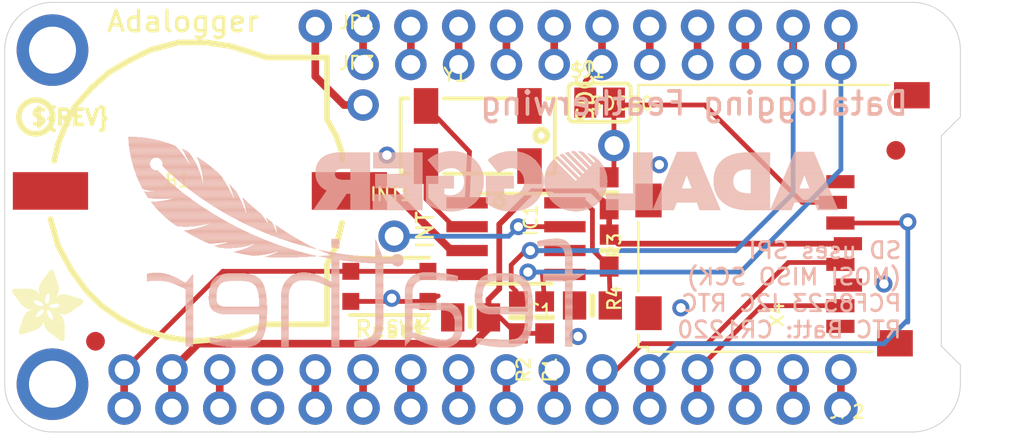
<source format=kicad_pcb>
(kicad_pcb (version 20240108) (generator "pcbnew") (generator_version "8.0")
  (layers (0 "F.Cu" signal) (31 "B.Cu" signal) (34 "B.Paste" user) (35 "F.Paste" user) (36 "B.SilkS" user "B.Silkscreen") (37 "F.SilkS" user "F.Silkscreen") (38 "B.Mask" user) (39 "F.Mask" user) (44 "Edge.Cuts" user))
  (net 0 "")
  (net 1 "G")
  (net 2 "TX")
  (net 3 "RX")
  (net 4 "F")
  (net 5 "E")
  (net 6 "D")
  (net 7 "C")
  (net 8 "B")
  (net 9 "A")
  (net 10 "AREF")
  (net 11 "USB")
  (net 12 "N")
  (net 13 "M")
  (net 14 "L")
  (net 15 "J")
  (net 16 "I")
  (net 17 "H")
  (net 18 "SCL")
  (net 19 "SDA")
  (net 20 "GND")
  (net 21 "MOSI")
  (net 22 "MISO")
  (net 23 "SCK")
  (net 24 "+3V3")
  (net 25 "SD_CS")
  (net 26 "RESET")
  (net 27 "N$7")
  (net 28 "N$8")
  (net 29 "VBAT")
  (net 30 "EN")
  (net 31 "CR1220")
  (net 32 "INT1")
  (net 33 "CS")
  (net 34 "N$1")
  (footprint "adalogger featherwing:PCBFEAT-REV-040" (layer "F.Cu") (at 124.7521 99.6696)
    (property "Reference" "U$5" (hide yes))
    (property "Value" "" (hide yes))
    (fp_text user "${REV}" (at -0.3556 0.508 0) (layer "F.SilkS") (effects (font (size 0.8128 0.8128) (thickness 0.2032)) (justify left bottom)))
  )
  (footprint "adalogger featherwing:0805-NO" (layer "F.Cu") (at 154.3431 109.7026 180)
    (property "Reference" "C1" (at 2.032 0.127 0) (layer "F.SilkS") (effects (font (size 0.692831 0.692831) (thickness 0.119969)) (justify right top)))
    (property "Value" "10uF")
    (pad "1" smd rect (at -0.95 0 180) (size 1.24 1.5) (layers "F.Cu" "F.Paste" "F.Mask") (net 34 "N$1"))
    (pad "2" smd rect (at 0.95 0 180) (size 1.24 1.5) (layers "F.Cu" "F.Paste" "F.Mask") (net 20 "GND"))
  )
  (footprint "adalogger featherwing:1X16_ROUND" (layer "F.Cu") (at 148.5011 113.1316 180)
    (property "Reference" "JP2" (at -20.3962 -1.8288 0) (layer "F.SilkS") (effects (font (size 0.692831 0.692831) (thickness 0.119969)) (justify right top)))
    (property "Value" "")
    (pad "1" thru_hole circle (at -19.05 0 270) (size 1.6764 1.6764) (drill 1) (layers "*.Cu" "*.Mask") (net 1 "G"))
    (pad "2" thru_hole circle (at -16.51 0 270) (size 1.6764 1.6764) (drill 1) (layers "*.Cu" "*.Mask") (net 2 "TX"))
    (pad "3" thru_hole circle (at -13.97 0 270) (size 1.6764 1.6764) (drill 1) (layers "*.Cu" "*.Mask") (net 3 "RX"))
    (pad "4" thru_hole circle (at -11.43 0 270) (size 1.6764 1.6764) (drill 1) (layers "*.Cu" "*.Mask") (net 22 "MISO"))
    (pad "5" thru_hole circle (at -8.89 0 270) (size 1.6764 1.6764) (drill 1) (layers "*.Cu" "*.Mask") (net 21 "MOSI"))
    (pad "6" thru_hole circle (at -6.35 0 270) (size 1.6764 1.6764) (drill 1) (layers "*.Cu" "*.Mask") (net 23 "SCK"))
    (pad "7" thru_hole circle (at -3.81 0 270) (size 1.6764 1.6764) (drill 1) (layers "*.Cu" "*.Mask") (net 4 "F"))
    (pad "8" thru_hole circle (at -1.27 0 270) (size 1.6764 1.6764) (drill 1) (layers "*.Cu" "*.Mask") (net 5 "E"))
    (pad "9" thru_hole circle (at 1.27 0 270) (size 1.6764 1.6764) (drill 1) (layers "*.Cu" "*.Mask") (net 6 "D"))
    (pad "10" thru_hole circle (at 3.81 0 270) (size 1.6764 1.6764) (drill 1) (layers "*.Cu" "*.Mask") (net 7 "C"))
    (pad "11" thru_hole circle (at 6.35 0 270) (size 1.6764 1.6764) (drill 1) (layers "*.Cu" "*.Mask") (net 8 "B"))
    (pad "12" thru_hole circle (at 8.89 0 270) (size 1.6764 1.6764) (drill 1) (layers "*.Cu" "*.Mask") (net 9 "A"))
    (pad "13" thru_hole circle (at 11.43 0 270) (size 1.6764 1.6764) (drill 1) (layers "*.Cu" "*.Mask") (net 20 "GND"))
    (pad "14" thru_hole circle (at 13.97 0 270) (size 1.6764 1.6764) (drill 1) (layers "*.Cu" "*.Mask") (net 10 "AREF"))
    (pad "15" thru_hole circle (at 16.51 0 270) (size 1.6764 1.6764) (drill 1) (layers "*.Cu" "*.Mask") (net 24 "+3V3"))
    (pad "16" thru_hole circle (at 19.05 0 270) (size 1.6764 1.6764) (drill 1) (layers "*.Cu" "*.Mask") (net 26 "RESET"))
  )
  (footprint "adalogger featherwing:0603-NO" (layer "F.Cu") (at 150.4061 110.3376 -90)
    (property "Reference" "R2" (at 2.032 0.127 90) (layer "F.SilkS") (effects (font (size 0.692831 0.692831) (thickness 0.119969)) (justify right top)))
    (property "Value" "10K")
    (pad "1" smd rect (at -0.85 0 270) (size 1.075 1) (layers "F.Cu" "F.Paste" "F.Mask") (net 18 "SCL"))
    (pad "2" smd rect (at 0.85 0 270) (size 1.075 1) (layers "F.Cu" "F.Paste" "F.Mask") (net 24 "+3V3"))
  )
  (footprint "adalogger featherwing:MICROSD" (layer "F.Cu") (at 156.8831 112.1156 90)
    (property "Reference" "X4" (at 1.18 7.69 90) (layer "F.SilkS") (effects (font (size 0.692831 0.692831) (thickness 0.119969)) (justify left bottom)))
    (property "Value" "microsd")
    (pad "1" smd rect (at 9 10.64 90) (size 0.7 1.5) (layers "F.Cu" "F.Paste" "F.Mask"))
    (pad "2" smd rect (at 7.9 10.24 90) (size 0.7 1.5) (layers "F.Cu" "F.Paste" "F.Mask") (net 25 "SD_CS"))
    (pad "3" smd rect (at 6.8 10.64 90) (size 0.7 1.5) (layers "F.Cu" "F.Paste" "F.Mask") (net 21 "MOSI"))
    (pad "4" smd rect (at 5.7 11.04 90) (size 0.7 1.5) (layers "F.Cu" "F.Paste" "F.Mask") (net 24 "+3V3"))
    (pad "5" smd rect (at 4.6 10.64 90) (size 0.7 1.5) (layers "F.Cu" "F.Paste" "F.Mask") (net 23 "SCK"))
    (pad "6" smd rect (at 3.5 11.04 90) (size 0.7 1.5) (layers "F.Cu" "F.Paste" "F.Mask") (net 20 "GND"))
    (pad "7" smd rect (at 2.4 10.64 90) (size 0.7 1.5) (layers "F.Cu" "F.Paste" "F.Mask") (net 22 "MISO"))
    (pad "8" smd rect (at 1.3 10.64 90) (size 0.7 1.5) (layers "F.Cu" "F.Paste" "F.Mask"))
    (pad "CD1" smd rect (at 2 0.44 180) (size 1.4 1.8) (layers "F.Cu" "F.Paste" "F.Mask"))
    (pad "CD2" smd rect (at 8 0.44 180) (size 1.4 1.8) (layers "F.Cu" "F.Paste" "F.Mask"))
    (pad "MT1" smd rect (at 0.4 13.54 90) (size 1.4 1.9) (layers "F.Cu" "F.Paste" "F.Mask") (net 20 "GND"))
    (pad "MT2" smd rect (at 13.6 14.44 90) (size 1.4 1.9) (layers "F.Cu" "F.Paste" "F.Mask") (net 20 "GND"))
  )
  (footprint "adalogger featherwing:1X01_ROUND" (layer "F.Cu") (at 142.1511 99.0346)
    (property "Reference" "JP3" (at -1.3462 -1.8288 0) (layer "F.SilkS") (effects (font (size 0.692831 0.692831) (thickness 0.119969)) (justify left bottom)))
    (property "Value" "")
    (pad "1" thru_hole circle (at 0 0 90) (size 1.6764 1.6764) (drill 1) (layers "*.Cu" "*.Mask") (net 29 "VBAT"))
  )
  (footprint "adalogger featherwing:CRYSTAL_8X3.8" (layer "F.Cu") (at 148.2471 100.6856)
    (property "Reference" "Y1" (at -1.9 -2.854 0) (layer "F.SilkS") (effects (font (size 0.692831 0.692831) (thickness 0.119969)) (justify left bottom)))
    (property "Value" "32khz")
    (pad "P$1" smd rect (at -2.75 1.6) (size 1.3 1.9) (layers "F.Cu" "F.Paste" "F.Mask") (net 28 "N$8"))
    (pad "P$2" smd rect (at 2.75 1.6) (size 1.3 1.9) (layers "F.Cu" "F.Paste" "F.Mask"))
    (pad "P$3" smd rect (at 2.75 -1.6) (size 1.3 1.9) (layers "F.Cu" "F.Paste" "F.Mask"))
    (pad "P$4" smd rect (at -2.75 -1.6) (size 1.3 1.9) (layers "F.Cu" "F.Paste" "F.Mask") (net 27 "N$7"))
  )
  (footprint "adalogger featherwing:1X11_ROUND" (layer "F.Cu") (at 154.8511 96.8756)
    (property "Reference" "JP1" (at -14.0462 -1.8288 0) (layer "F.SilkS") (effects (font (size 0.692831 0.692831) (thickness 0.119969)) (justify left bottom)))
    (property "Value" "")
    (pad "1" thru_hole circle (at -12.7 0 90) (size 1.6764 1.6764) (drill 1) (layers "*.Cu" "*.Mask") (net 30 "EN"))
    (pad "2" thru_hole circle (at -10.16 0 90) (size 1.6764 1.6764) (drill 1) (layers "*.Cu" "*.Mask") (net 11 "USB"))
    (pad "3" thru_hole circle (at -7.62 0 90) (size 1.6764 1.6764) (drill 1) (layers "*.Cu" "*.Mask") (net 12 "N"))
    (pad "4" thru_hole circle (at -5.08 0 90) (size 1.6764 1.6764) (drill 1) (layers "*.Cu" "*.Mask") (net 13 "M"))
    (pad "5" thru_hole circle (at -2.54 0 90) (size 1.6764 1.6764) (drill 1) (layers "*.Cu" "*.Mask") (net 14 "L"))
    (pad "6" thru_hole circle (at 0 0 90) (size 1.6764 1.6764) (drill 1) (layers "*.Cu" "*.Mask") (net 33 "CS"))
    (pad "7" thru_hole circle (at 2.54 0 90) (size 1.6764 1.6764) (drill 1) (layers "*.Cu" "*.Mask") (net 15 "J"))
    (pad "8" thru_hole circle (at 5.08 0 90) (size 1.6764 1.6764) (drill 1) (layers "*.Cu" "*.Mask") (net 16 "I"))
    (pad "9" thru_hole circle (at 7.62 0 90) (size 1.6764 1.6764) (drill 1) (layers "*.Cu" "*.Mask") (net 17 "H"))
    (pad "10" thru_hole circle (at 10.16 0 90) (size 1.6764 1.6764) (drill 1) (layers "*.Cu" "*.Mask") (net 18 "SCL"))
    (pad "11" thru_hole circle (at 12.7 0 90) (size 1.6764 1.6764) (drill 1) (layers "*.Cu" "*.Mask") (net 19 "SDA"))
  )
  (footprint "adalogger featherwing:1X01_ROUND" (layer "F.Cu") (at 143.8021 106.0196)
    (property "Reference" "INT1" (at -1.3462 -1.8288 0) (layer "F.SilkS") (effects (font (size 0.692831 0.692831) (thickness 0.119969)) (justify left bottom)))
    (property "Value" "")
    (pad "1" thru_hole circle (at 0 0 90) (size 1.6764 1.6764) (drill 1) (layers "*.Cu" "*.Mask") (net 32 "INT1"))
  )
  (footprint "adalogger featherwing:SOLDERJUMPER_CLOSEDWIRE" (layer "F.Cu") (at 154.7241 98.9076)
    (property "Reference" "SJ1" (at -1.651 -1.27 0) (layer "F.SilkS") (effects (font (size 0.692831 0.692831) (thickness 0.119969)) (justify left bottom)))
    (property "Value" "")
    (pad "1" smd rect (at -0.762 0) (size 1.1684 1.6002) (layers "F.Cu" "F.Mask") (net 33 "CS"))
    (pad "2" smd rect (at 0.762 0) (size 1.1684 1.6002) (layers "F.Cu" "F.Mask") (net 25 "SD_CS"))
    (pad "WIRE" smd rect (at 0 0) (size 0.635 0.2032) (layers "F.Cu" "F.Mask"))
  )
  (footprint "adalogger featherwing:FIDUCIAL_1MM" (layer "F.Cu") (at 127.9271 111.6076)
    (property "Reference" "FID2" (hide yes))
    (property "Value" "FIDUCIAL_1MM" (hide yes))
    (pad "1" smd roundrect (at 0 0) (size 1 1) (layers "F.Cu" "F.Mask") (roundrect_rratio 0.5))
  )
  (footprint "adalogger featherwing:1X01_ROUND" (layer "F.Cu") (at 155.4861 101.1936)
    (property "Reference" "SDCS0" (at -1.3462 -1.8288 0) (layer "F.SilkS") (effects (font (size 0.692831 0.692831) (thickness 0.119969)) (justify left bottom)))
    (property "Value" "")
    (pad "1" thru_hole circle (at 0 0 90) (size 1.6764 1.6764) (drill 1) (layers "*.Cu" "*.Mask") (net 25 "SD_CS"))
  )
  (footprint "adalogger featherwing:0603-NO" (layer "F.Cu") (at 155.2321 106.7816 -90)
    (property "Reference" "R4" (at 1.778 0.127 90) (layer "F.SilkS") (effects (font (size 0.692831 0.692831) (thickness 0.119969)) (justify right top)))
    (property "Value" "1K")
    (pad "1" smd rect (at -0.85 0 270) (size 1.075 1) (layers "F.Cu" "F.Paste" "F.Mask") (net 24 "+3V3"))
    (pad "2" smd rect (at 0.85 0 270) (size 1.075 1) (layers "F.Cu" "F.Paste" "F.Mask") (net 34 "N$1"))
  )
  (footprint "adalogger featherwing:BTN_KMR2_4.6X2.8" (layer "F.Cu") (at 143.5481 108.6866 180)
    (property "Reference" "SW1" (at -2.032 -1.778 0) (layer "F.SilkS") (effects (font (size 0.692831 0.692831) (thickness 0.119969)) (justify right top)))
    (property "Value" "KMR2")
    (pad "A" smd rect (at 2.05 -0.8 180) (size 0.9 0.9) (layers "F.Cu" "F.Paste" "F.Mask") (net 20 "GND"))
    (pad "A'" smd rect (at -2.05 -0.8 180) (size 0.9 0.9) (layers "F.Cu" "F.Paste" "F.Mask") (net 20 "GND"))
    (pad "B" smd rect (at 2.05 0.8 180) (size 0.9 0.9) (layers "F.Cu" "F.Paste" "F.Mask") (net 26 "RESET"))
    (pad "B'" smd rect (at -2.05 0.8 180) (size 0.9 0.9) (layers "F.Cu" "F.Paste" "F.Mask") (net 26 "RESET"))
  )
  (footprint "adalogger featherwing:0603-NO" (layer "F.Cu") (at 155.2321 103.7336 -90)
    (property "Reference" "R3" (at 2.032 0.127 90) (layer "F.SilkS") (effects (font (size 0.692831 0.692831) (thickness 0.119969)) (justify right top)))
    (property "Value" "100K")
    (pad "1" smd rect (at -0.85 0 270) (size 1.075 1) (layers "F.Cu" "F.Paste" "F.Mask") (net 25 "SD_CS"))
    (pad "2" smd rect (at 0.85 0 270) (size 1.075 1) (layers "F.Cu" "F.Paste" "F.Mask") (net 24 "+3V3"))
  )
  (footprint "adalogger featherwing:0603-NO" (layer "F.Cu") (at 151.8031 110.3376 -90)
    (property "Reference" "R1" (at 2.032 0.127 90) (layer "F.SilkS") (effects (font (size 0.692831 0.692831) (thickness 0.119969)) (justify right top)))
    (property "Value" "10K")
    (pad "1" smd rect (at -0.85 0 270) (size 1.075 1) (layers "F.Cu" "F.Paste" "F.Mask") (net 19 "SDA"))
    (pad "2" smd rect (at 0.85 0 270) (size 1.075 1) (layers "F.Cu" "F.Paste" "F.Mask") (net 24 "+3V3"))
  )
  (footprint "adalogger featherwing:SOIC8_150MIL" (layer "F.Cu") (at 150.2791 106.1466 -90)
    (property "Reference" "IC1" (at -1.905 -0.381 90) (layer "F.SilkS") (effects (font (size 0.692831 0.692831) (thickness 0.119969)) (justify right top)))
    (property "Value" "PCF8523T")
    (pad "1" smd rect (at -1.905 2.6 270) (size 0.6 2.2) (layers "F.Cu" "F.Paste" "F.Mask") (net 27 "N$7"))
    (pad "2" smd rect (at -0.635 2.6 270) (size 0.6 2.2) (layers "F.Cu" "F.Paste" "F.Mask") (net 28 "N$8"))
    (pad "3" smd rect (at 0.635 2.6 270) (size 0.6 2.2) (layers "F.Cu" "F.Paste" "F.Mask") (net 31 "CR1220"))
    (pad "4" smd rect (at 1.905 2.6 270) (size 0.6 2.2) (layers "F.Cu" "F.Paste" "F.Mask") (net 20 "GND"))
    (pad "5" smd rect (at 1.905 -2.6 270) (size 0.6 2.2) (layers "F.Cu" "F.Paste" "F.Mask") (net 19 "SDA"))
    (pad "6" smd rect (at 0.635 -2.6 270) (size 0.6 2.2) (layers "F.Cu" "F.Paste" "F.Mask") (net 18 "SCL"))
    (pad "7" smd rect (at -0.635 -2.6 270) (size 0.6 2.2) (layers "F.Cu" "F.Paste" "F.Mask") (net 32 "INT1"))
    (pad "8" smd rect (at -1.905 -2.6 270) (size 0.6 2.2) (layers "F.Cu" "F.Paste" "F.Mask") (net 34 "N$1"))
  )
  (footprint "adalogger featherwing:FIDUCIAL_1MM" (layer "F.Cu") (at 170.4721 101.4476)
    (property "Reference" "FID1" (hide yes))
    (property "Value" "FIDUCIAL_1MM" (hide yes))
    (pad "1" smd roundrect (at 0 0) (size 1 1) (layers "F.Cu" "F.Mask") (roundrect_rratio 0.5))
  )
  (footprint "adalogger featherwing:CR1220-2" (layer "F.Cu") (at 133.1341 103.6066)
    (property "Reference" "B1" (at -1.602 -0.14 0) (layer "F.SilkS") (effects (font (size 0.692831 0.692831) (thickness 0.119969)) (justify left bottom)))
    (property "Value" "cr1220")
    (pad "" np_thru_hole circle (at -3.5 0) (size 1.5 1.5) (drill 1.5) (layers "*.Cu" "*.Mask"))
    (pad "" np_thru_hole circle (at 3.95 0) (size 1.5 1.5) (drill 1.5) (layers "*.Cu" "*.Mask"))
    (pad "+" smd rect (at 8.29 0) (size 4 2) (layers "F.Cu" "F.Paste" "F.Mask") (net 31 "CR1220"))
    (pad "-" smd rect (at -7.6 0) (size 4 2) (layers "F.Cu" "F.Paste" "F.Mask") (net 20 "GND"))
  )
  (footprint "adalogger featherwing:FEATHERWING_NODIM" (layer "F.Cu") (at 123.1011 116.4336)
    (property "Reference" "MS1" (hide yes))
    (property "Value" "FEATHERWING_NODIM" (hide yes))
    (pad "" np_thru_hole circle (at 48.26 -20.32) (size 2.54 2.54) (drill 2.54) (layers "*.Cu" "*.Mask"))
    (pad "" np_thru_hole circle (at 48.26 -2.54) (size 2.54 2.54) (drill 2.54) (layers "*.Cu" "*.Mask"))
    (pad "1" thru_hole circle (at 6.35 -1.27) (size 1.778 1.778) (drill 1) (layers "*.Cu" "*.Mask") (net 26 "RESET"))
    (pad "2" thru_hole circle (at 8.89 -1.27) (size 1.778 1.778) (drill 1) (layers "*.Cu" "*.Mask") (net 24 "+3V3"))
    (pad "3" thru_hole circle (at 11.43 -1.27) (size 1.778 1.778) (drill 1) (layers "*.Cu" "*.Mask") (net 10 "AREF"))
    (pad "4" thru_hole circle (at 13.97 -1.27) (size 1.778 1.778) (drill 1) (layers "*.Cu" "*.Mask") (net 20 "GND"))
    (pad "5" thru_hole circle (at 16.51 -1.27) (size 1.778 1.778) (drill 1) (layers "*.Cu" "*.Mask") (net 9 "A"))
    (pad "6" thru_hole circle (at 19.05 -1.27) (size 1.778 1.778) (drill 1) (layers "*.Cu" "*.Mask") (net 8 "B"))
    (pad "7" thru_hole circle (at 21.59 -1.27) (size 1.778 1.778) (drill 1) (layers "*.Cu" "*.Mask") (net 7 "C"))
    (pad "8" thru_hole circle (at 24.13 -1.27) (size 1.778 1.778) (drill 1) (layers "*.Cu" "*.Mask") (net 6 "D"))
    (pad "9" thru_hole circle (at 26.67 -1.27) (size 1.778 1.778) (drill 1) (layers "*.Cu" "*.Mask") (net 5 "E"))
    (pad "10" thru_hole circle (at 29.21 -1.27) (size 1.778 1.778) (drill 1) (layers "*.Cu" "*.Mask") (net 4 "F"))
    (pad "11" thru_hole circle (at 31.75 -1.27) (size 1.778 1.778) (drill 1) (layers "*.Cu" "*.Mask") (net 23 "SCK"))
    (pad "12" thru_hole circle (at 34.29 -1.27) (size 1.778 1.778) (drill 1) (layers "*.Cu" "*.Mask") (net 21 "MOSI"))
    (pad "13" thru_hole circle (at 36.83 -1.27) (size 1.778 1.778) (drill 1) (layers "*.Cu" "*.Mask") (net 22 "MISO"))
    (pad "14" thru_hole circle (at 39.37 -1.27) (size 1.778 1.778) (drill 1) (layers "*.Cu" "*.Mask") (net 3 "RX"))
    (pad "15" thru_hole circle (at 41.91 -1.27) (size 1.778 1.778) (drill 1) (layers "*.Cu" "*.Mask") (net 2 "TX"))
    (pad "16" thru_hole circle (at 44.45 -1.27) (size 1.778 1.778) (drill 1) (layers "*.Cu" "*.Mask") (net 1 "G"))
    (pad "17" thru_hole circle (at 44.45 -21.59) (size 1.778 1.778) (drill 1) (layers "*.Cu" "*.Mask") (net 19 "SDA"))
    (pad "18" thru_hole circle (at 41.91 -21.59) (size 1.778 1.778) (drill 1) (layers "*.Cu" "*.Mask") (net 18 "SCL"))
    (pad "19" thru_hole circle (at 39.37 -21.59) (size 1.778 1.778) (drill 1) (layers "*.Cu" "*.Mask") (net 17 "H"))
    (pad "20" thru_hole circle (at 36.83 -21.59) (size 1.778 1.778) (drill 1) (layers "*.Cu" "*.Mask") (net 16 "I"))
    (pad "21" thru_hole circle (at 34.29 -21.59) (size 1.778 1.778) (drill 1) (layers "*.Cu" "*.Mask") (net 15 "J"))
    (pad "22" thru_hole circle (at 31.75 -21.59) (size 1.778 1.778) (drill 1) (layers "*.Cu" "*.Mask") (net 33 "CS"))
    (pad "23" thru_hole circle (at 29.21 -21.59) (size 1.778 1.778) (drill 1) (layers "*.Cu" "*.Mask") (net 14 "L"))
    (pad "24" thru_hole circle (at 26.67 -21.59) (size 1.778 1.778) (drill 1) (layers "*.Cu" "*.Mask") (net 13 "M"))
    (pad "25" thru_hole circle (at 24.13 -21.59) (size 1.778 1.778) (drill 1) (layers "*.Cu" "*.Mask") (net 12 "N"))
    (pad "26" thru_hole circle (at 21.59 -21.59) (size 1.778 1.778) (drill 1) (layers "*.Cu" "*.Mask") (net 11 "USB"))
    (pad "27" thru_hole circle (at 19.05 -21.59) (size 1.778 1.778) (drill 1) (layers "*.Cu" "*.Mask") (net 30 "EN"))
    (pad "28" thru_hole circle (at 16.51 -21.59) (size 1.778 1.778) (drill 1) (layers "*.Cu" "*.Mask") (net 29 "VBAT"))
    (pad "P$1" thru_hole circle (at 2.54 -20.32) (size 3.81 3.81) (drill 2.5) (layers "*.Cu" "*.Mask"))
    (pad "P$2" thru_hole circle (at 2.54 -2.54) (size 3.81 3.81) (drill 2.5) (layers "*.Cu" "*.Mask"))
  )
  (footprint "adalogger featherwing:ADAFRUIT_3.5MM" (layer "F.Cu") (at 123.4821 111.6076)
    (property "Reference" "U$4" (hide yes))
    (property "Value" "" (hide yes))
  )
  (footprint "adalogger featherwing:0805-NO" (layer "F.Cu") (at 147.8661 110.3376 180)
    (property "Reference" "C2" (at 2.032 0.127 0) (layer "F.SilkS") (effects (font (size 0.692831 0.692831) (thickness 0.119969)) (justify right top)))
    (property "Value" "10uF")
    (pad "1" smd rect (at -0.95 0 180) (size 1.24 1.5) (layers "F.Cu" "F.Paste" "F.Mask") (net 24 "+3V3"))
    (pad "2" smd rect (at 0.95 0 180) (size 1.24 1.5) (layers "F.Cu" "F.Paste" "F.Mask") (net 20 "GND"))
  )
  (footprint "adalogger featherwing:FEATHERLOGO" (layer "B.Cu") (at 153.9621 111.9886 180)
    (property "Reference" "U$2" (hide yes))
    (property "Value" "" (hide yes))
  )
  (footprint "adalogger featherwing:ADALOGGER_LOGO" (layer "B.Cu") (at 167.4241 104.7496 180)
    (property "Reference" "U$3" (hide yes))
    (property "Value" "" (hide yes))
  )
  (gr_line (start 172.8851 111.8616) (end 173.9011 112.8776) (stroke (width 0.05)) (layer "Edge.Cuts"))
  (gr_line (start 123.1011 113.8936) (end 123.1011 96.1136) (stroke (width 0.05)) (layer "Edge.Cuts"))
  (gr_arc (start 173.9011 113.8936) (mid 173.157151 115.689651) (end 171.3611 116.4336) (stroke (width 0.05)) (layer "Edge.Cuts"))
  (gr_arc (start 171.3611 93.5736) (mid 173.157151 94.317549) (end 173.9011 96.1136) (stroke (width 0.05)) (layer "Edge.Cuts"))
  (gr_arc (start 123.1011 96.1136) (mid 123.845049 94.317549) (end 125.6411 93.5736) (stroke (width 0.05)) (layer "Edge.Cuts"))
  (gr_line (start 173.9011 96.1136) (end 173.9011 99.6696) (stroke (width 0.05)) (layer "Edge.Cuts"))
  (gr_line (start 171.3611 116.4336) (end 125.6411 116.4336) (stroke (width 0.05)) (layer "Edge.Cuts"))
  (gr_line (start 172.8851 100.6856) (end 172.8851 111.8616) (stroke (width 0.05)) (layer "Edge.Cuts"))
  (gr_arc (start 125.6411 116.4336) (mid 123.845049 115.689651) (end 123.1011 113.8936) (stroke (width 0.05)) (layer "Edge.Cuts"))
  (gr_line (start 173.9011 112.8776) (end 173.9011 113.8936) (stroke (width 0.05)) (layer "Edge.Cuts"))
  (gr_line (start 173.9011 99.6696) (end 172.8851 100.6856) (stroke (width 0.05)) (layer "Edge.Cuts"))
  (gr_line (start 171.3611 93.5736) (end 125.6411 93.5736) (stroke (width 0.05)) (layer "Edge.Cuts"))
  (gr_text "Datalogging Featherwing" (at 171.2341 99.6696 0) (layer "B.SilkS") (effects (font (size 1.223264 1.223264) (thickness 0.199136)) (justify left bottom mirror)))
  (gr_text "SD uses SPI \n(MOSI MISO SCK)\nPCF8523 I2C RTC\nRTC Batt: CR1220" (at 170.8531 111.5046 0) (layer "B.SilkS") (effects (font (size 0.87376 0.87376) (thickness 0.14224)) (justify left bottom mirror)))
  (gr_text "Adalogger" (at 128.4351 95.2246 0) (layer "F.SilkS") (effects (font (size 1.0922 1.0922) (thickness 0.1778)) (justify left bottom)))
  (gr_text "INT" (at 145.9611 106.7816 90) (layer "F.SilkS") (effects (font (size 0.87376 0.87376) (thickness 0.14224)) (justify left bottom)))
  (gr_text "SDCS" (at 153.4541 100.0506 90) (layer "F.SilkS") (effects (font (size 0.87376 0.87376) (thickness 0.14224)) (justify left top)))
  (gr_text "Reset" (at 141.6431 111.4806 0) (layer "F.SilkS") (effects (font (size 0.87376 0.87376) (thickness 0.14224)) (justify left bottom)))
  (segment (start 167.5511 113.1316) (end 167.5511 115.1636) (width 0.4064) (layer "F.Cu") (net 1))
  (segment (start 165.0111 113.1316) (end 165.0111 115.1636) (width 0.4064) (layer "F.Cu") (net 2))
  (segment (start 162.4711 113.1316) (end 162.4711 115.1636) (width 0.4064) (layer "F.Cu") (net 3))
  (segment (start 152.3111 115.1636) (end 152.3111 113.1316) (width 0.4064) (layer "F.Cu") (net 4))
  (segment (start 149.7711 115.1636) (end 149.7711 113.1316) (width 0.4064) (layer "F.Cu") (net 5))
  (segment (start 147.2311 115.1636) (end 147.2311 113.1316) (width 0.4064) (layer "F.Cu") (net 6))
  (segment (start 144.6911 113.1316) (end 144.6911 115.1636) (width 0.4064) (layer "F.Cu") (net 7))
  (segment (start 142.1511 115.1636) (end 142.1511 113.1316) (width 0.4064) (layer "F.Cu") (net 8))
  (segment (start 139.6111 115.1636) (end 139.6111 113.1316) (width 0.4064) (layer "F.Cu") (net 9))
  (segment (start 134.5311 115.1636) (end 134.5311 113.1316) (width 0.4064) (layer "F.Cu") (net 10))
  (segment (start 144.6911 94.8436) (end 144.6911 96.8756) (width 0.4064) (layer "F.Cu") (net 11))
  (segment (start 147.2311 96.8756) (end 147.2311 94.8436) (width 0.4064) (layer "F.Cu") (net 12))
  (segment (start 149.7711 96.8756) (end 149.7711 94.8436) (width 0.4064) (layer "F.Cu") (net 13))
  (segment (start 152.3111 96.8756) (end 152.3111 94.8436) (width 0.4064) (layer "F.Cu") (net 14))
  (segment (start 157.3911 96.8756) (end 157.3911 94.8436) (width 0.4064) (layer "F.Cu") (net 15))
  (segment (start 159.9311 96.8756) (end 159.9311 94.8436) (width 0.4064) (layer "F.Cu") (net 16))
  (segment (start 162.4711 96.8756) (end 162.4711 94.8436) (width 0.4064) (layer "F.Cu") (net 17))
  (segment (start 150.0251 107.5436) (end 150.7871 106.7816) (width 0.254) (layer "F.Cu") (net 18))
  (segment (start 150.0251 108.6866) (end 150.2791 108.9406) (width 0.254) (layer "F.Cu") (net 18))
  (segment (start 151.0411 106.7816) (end 152.8791 106.7816) (width 0.254) (layer "F.Cu") (net 18))
  (segment (start 150.7871 106.7816) (end 151.0411 106.7816) (width 0.254) (layer "F.Cu") (net 18))
  (segment (start 150.2791 108.9406) (end 150.4061 109.4876) (width 0.254) (layer "F.Cu") (net 18))
  (segment (start 165.0111 96.8756) (end 165.0111 94.8436) (width 0.4064) (layer "F.Cu") (net 18))
  (segment (start 150.0251 107.5436) (end 150.0251 108.6866) (width 0.254) (layer "F.Cu") (net 18))
  (via (at 151.0411 106.7816) (size 0.9064) (drill 0.5) (layers "F.Cu" "B.Cu") (net 18))
  (segment (start 165.0111 103.7336) (end 165.0111 94.8436) (width 0.254) (layer "B.Cu") (net 18))
  (segment (start 161.9631 106.7816) (end 151.0411 106.7816) (width 0.254) (layer "B.Cu") (net 18))
  (segment (start 161.9631 106.7816) (end 165.0111 103.7336) (width 0.254) (layer "B.Cu") (net 18))
  (segment (start 152.8791 108.0516) (end 152.8791 107.9246) (width 0.254) (layer "F.Cu") (net 19))
  (segment (start 167.5511 96.8756) (end 167.5511 94.8436) (width 0.4064) (layer "F.Cu") (net 19))
  (segment (start 151.6761 107.9246) (end 150.9141 107.9246) (width 0.254) (layer "F.Cu") (net 19))
  (segment (start 151.8031 109.4876) (end 151.6761 107.9246) (width 0.254) (layer "F.Cu") (net 19))
  (segment (start 152.8791 108.2846) (end 152.8791 108.0516) (width 0.254) (layer "F.Cu") (net 19))
  (segment (start 152.8791 107.9246) (end 151.6761 107.9246) (width 0.254) (layer "F.Cu") (net 19))
  (via (at 150.9141 107.9246) (size 0.9064) (drill 0.5) (layers "F.Cu" "B.Cu") (net 19))
  (segment (start 162.2171 107.9246) (end 167.5511 102.4636) (width 0.254) (layer "B.Cu") (net 19))
  (segment (start 150.9141 107.9246) (end 162.2171 107.9246) (width 0.254) (layer "B.Cu") (net 19))
  (segment (start 167.5511 102.4636) (end 167.5511 94.8436) (width 0.254) (layer "B.Cu") (net 19))
  (segment (start 145.5981 109.4866) (end 146.1441 109.1946) (width 0.254) (layer "F.Cu") (net 20))
  (segment (start 141.4981 109.4866) (end 145.5981 109.4866) (width 0.254) (layer "F.Cu") (net 20))
  (via (at 169.8371 108.5596) (size 0.9064) (drill 0.5) (layers "F.Cu" "B.Cu") (net 20))
  (via (at 153.5811 111.3536) (size 0.9064) (drill 0.5) (layers "F.Cu" "B.Cu") (net 20))
  (via (at 143.6751 109.3216) (size 0.9064) (drill 0.5) (layers "F.Cu" "B.Cu") (net 20))
  (via (at 159.0421 109.8296) (size 0.9064) (drill 0.5) (layers "F.Cu" "B.Cu") (net 20))
  (via (at 143.4211 101.7016) (size 0.9064) (drill 0.5) (layers "F.Cu" "B.Cu") (net 20))
  (via (at 157.8991 102.2096) (size 0.9064) (drill 0.5) (layers "F.Cu" "B.Cu") (net 20))
  (segment (start 171.0491 105.3156) (end 167.5231 105.3156) (width 0.254) (layer "F.Cu") (net 21))
  (segment (start 171.1071 105.2576) (end 171.0491 105.3156) (width 0.254) (layer "F.Cu") (net 21))
  (segment (start 157.3911 113.1316) (end 157.3911 115.1636) (width 0.4064) (layer "F.Cu") (net 21))
  (via (at 171.1071 105.2576) (size 0.9064) (drill 0.5) (layers "F.Cu" "B.Cu") (net 21))
  (segment (start 171.1071 110.5916) (end 171.1071 110.4646) (width 0.254) (layer "B.Cu") (net 21))
  (segment (start 171.1071 110.4646) (end 171.1071 105.2576) (width 0.254) (layer "B.Cu") (net 21))
  (segment (start 158.7881 111.7346) (end 169.8371 111.7346) (width 0.254) (layer "B.Cu") (net 21))
  (segment (start 169.8371 111.7346) (end 171.1071 110.4646) (width 0.254) (layer "B.Cu") (net 21))
  (segment (start 157.3911 113.1316) (end 158.7881 111.7346) (width 0.254) (layer "B.Cu") (net 21))
  (segment (start 163.3471 109.7156) (end 167.5231 109.7156) (width 0.254) (layer "F.Cu") (net 22))
  (segment (start 159.9311 113.1316) (end 159.9311 115.1636) (width 0.4064) (layer "F.Cu") (net 22))
  (segment (start 159.9311 113.1316) (end 163.3471 109.7156) (width 0.254) (layer "F.Cu") (net 22))
  (segment (start 164.7571 107.4166) (end 167.4241 107.4166) (width 0.254) (layer "F.Cu") (net 23))
  (segment (start 157.0101 111.7346) (end 160.4391 111.7346) (width 0.254) (layer "F.Cu") (net 23))
  (segment (start 154.8511 113.1316) (end 154.8511 115.1636) (width 0.4064) (layer "F.Cu") (net 23))
  (segment (start 167.4241 107.4166) (end 167.5231 107.5156) (width 0.254) (layer "F.Cu") (net 23))
  (segment (start 154.8511 113.1316) (end 155.6131 113.1316) (width 0.254) (layer "F.Cu") (net 23))
  (segment (start 155.6131 113.1316) (end 157.0101 111.7346) (width 0.254) (layer "F.Cu") (net 23))
  (segment (start 160.4391 111.7346) (end 164.7571 107.4166) (width 0.254) (layer "F.Cu") (net 23))
  (segment (start 131.9911 113.1316) (end 131.9911 115.1636) (width 0.4064) (layer "F.Cu") (net 24))
  (segment (start 154.8901 104.1146) (end 155.2321 104.5836) (width 0.3048) (layer "F.Cu") (net 24))
  (segment (start 131.9911 113.1316) (end 133.3881 111.7346) (width 0.4064) (layer "F.Cu") (net 24))
  (segment (start 148.8161 110.9116) (end 148.8161 110.3376) (width 0.4064) (layer "F.Cu") (net 24))
  (segment (start 154.3431 103.6066) (end 154.8511 104.1146) (width 0.3048) (layer "F.Cu") (net 24))
  (segment (start 155.2321 104.5836) (end 155.2321 105.9316) (width 0.3048) (layer "F.Cu") (net 24))
  (segment (start 149.9371 110.8456) (end 149.4291 110.3376) (width 0.254) (layer "F.Cu") (net 24))
  (segment (start 151.1681 103.6066) (end 154.3431 103.6066) (width 0.254) (layer "F.Cu") (net 24))
  (segment (start 149.3901 105.3846) (end 151.1681 103.6066) (width 0.3048) (layer "F.Cu") (net 24))
  (segment (start 149.3901 108.8136) (end 149.3901 108.5596) (width 0.3048) (layer "F.Cu") (net 24))
  (segment (start 154.8511 104.1146) (end 154.8901 104.1146) (width 0.254) (layer "F.Cu") (net 24))
  (segment (start 155.7161 106.4156) (end 167.9231 106.4156) (width 0.3048) (layer "F.Cu") (net 24))
  (segment (start 150.4061 111.1876) (end 151.8031 111.1876) (width 0.254) (layer "F.Cu") (net 24))
  (segment (start 149.3901 108.5596) (end 149.3901 105.3846) (width 0.3048) (layer "F.Cu") (net 24))
  (segment (start 150.4061 111.1876) (end 149.9371 110.8456) (width 0.254) (layer "F.Cu") (net 24))
  (segment (start 149.3901 108.8136) (end 148.8161 109.3876) (width 0.3048) (layer "F.Cu") (net 24))
  (segment (start 149.4291 110.3376) (end 148.8161 110.3376) (width 0.254) (layer "F.Cu") (net 24))
  (segment (start 148.8161 109.3876) (end 148.8161 110.3376) (width 0.3048) (layer "F.Cu") (net 24))
  (segment (start 155.2321 105.9316) (end 155.7161 106.4156) (width 0.3048) (layer "F.Cu") (net 24))
  (segment (start 133.3881 111.7346) (end 147.9931 111.7346) (width 0.4064) (layer "F.Cu") (net 24))
  (segment (start 147.9931 111.7346) (end 148.8161 110.9116) (width 0.4064) (layer "F.Cu") (net 24))
  (segment (start 155.6131 99.0346) (end 155.4861 98.9076) (width 0.254) (layer "F.Cu") (net 25))
  (segment (start 155.2321 102.8836) (end 155.4861 102.6296) (width 0.254) (layer "F.Cu") (net 25))
  (segment (start 160.3121 99.0346) (end 155.6131 99.0346) (width 0.254) (layer "F.Cu") (net 25))
  (segment (start 167.1231 104.2156) (end 165.4931 104.2156) (width 0.254) (layer "F.Cu") (net 25))
  (segment (start 165.4931 104.2156) (end 160.3121 99.0346) (width 0.254) (layer "F.Cu") (net 25))
  (segment (start 155.4861 101.1936) (end 155.4861 98.9076) (width 0.254) (layer "F.Cu") (net 25))
  (segment (start 155.4861 102.6296) (end 155.4861 101.1936) (width 0.254) (layer "F.Cu") (net 25))
  (segment (start 129.4511 113.1316) (end 129.4511 115.1636) (width 0.4064) (layer "F.Cu") (net 26))
  (segment (start 141.4981 107.8866) (end 145.5981 107.8866) (width 0.254) (layer "F.Cu") (net 26))
  (segment (start 134.6961 107.8866) (end 129.4511 113.1316) (width 0.254) (layer "F.Cu") (net 26))
  (segment (start 141.4981 107.8866) (end 134.6961 107.8866) (width 0.254) (layer "F.Cu") (net 26))
  (segment (start 145.4971 99.0856) (end 147.8061 101.5216) (width 0.254) (layer "F.Cu") (net 27))
  (segment (start 147.8061 101.5216) (end 147.6791 104.2416) (width 0.254) (layer "F.Cu") (net 27))
  (segment (start 145.4971 102.2856) (end 145.4971 104.0316) (width 0.254) (layer "F.Cu") (net 28))
  (segment (start 145.4971 104.0316) (end 146.8501 105.3846) (width 0.254) (layer "F.Cu") (net 28))
  (segment (start 146.8501 105.3846) (end 147.6791 105.5116) (width 0.254) (layer "F.Cu") (net 28))
  (segment (start 139.6111 94.8436) (end 139.6111 97.5106) (width 0.4064) (layer "F.Cu") (net 29))
  (segment (start 141.1351 99.0346) (end 142.1511 99.0346) (width 0.4064) (layer "F.Cu") (net 29))
  (segment (start 139.6111 97.5106) (end 141.1351 99.0346) (width 0.4064) (layer "F.Cu") (net 29))
  (segment (start 142.1511 94.8436) (end 142.1511 96.8756) (width 0.4064) (layer "F.Cu") (net 30))
  (segment (start 143.6751 103.6066) (end 146.8501 106.7816) (width 0.4064) (layer "F.Cu") (net 31))
  (segment (start 141.4241 103.6066) (end 143.6751 103.6066) (width 0.4064) (layer "F.Cu") (net 31))
  (segment (start 146.8501 106.7816) (end 147.6791 106.7816) (width 0.4064) (layer "F.Cu") (net 31))
  (segment (start 152.8791 105.5116) (end 150.4061 105.5116) (width 0.254) (layer "F.Cu") (net 32))
  (via (at 150.4061 105.5116) (size 0.889) (drill 0.4826) (layers "F.Cu" "B.Cu") (net 32))
  (segment (start 149.8981 106.0196) (end 143.8021 106.0196) (width 0.254) (layer "B.Cu") (net 32))
  (segment (start 150.4061 105.5116) (end 149.8981 106.0196) (width 0.254) (layer "B.Cu") (net 32))
  (segment (start 153.9621 98.9076) (end 153.9621 97.7646) (width 0.254) (layer "F.Cu") (net 33))
  (segment (start 154.8511 96.8756) (end 154.8511 94.8436) (width 0.4064) (layer "F.Cu") (net 33))
  (segment (start 153.9621 97.7646) (end 154.8511 96.8756) (width 0.254) (layer "F.Cu") (net 33))
  (segment (start 154.3431 106.7426) (end 155.2321 107.6316) (width 0.254) (layer "F.Cu") (net 34))
  (segment (start 155.2321 107.6316) (end 155.2931 109.7026) (width 0.254) (layer "F.Cu") (net 34))
  (segment (start 154.3431 104.6226) (end 154.3431 106.7426) (width 0.254) (layer "F.Cu") (net 34))
  (segment (start 152.8791 104.2416) (end 153.9621 104.2416) (width 0.254) (layer "F.Cu") (net 34))
  (segment (start 153.9621 104.2416) (end 154.3431 104.6226) (width 0.254) (layer "F.Cu") (net 34))
)
</source>
